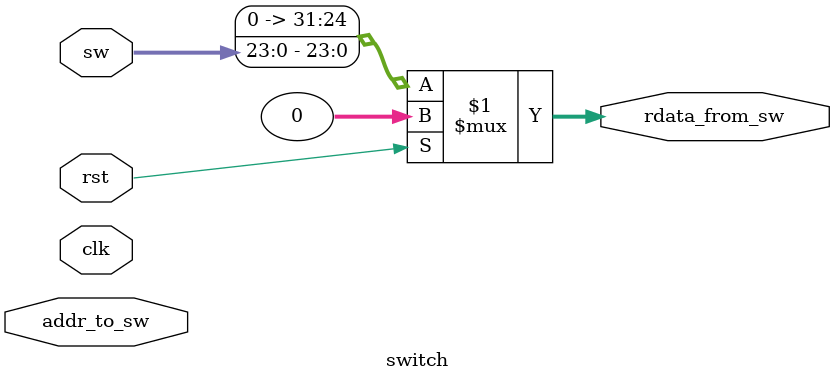
<source format=v>
`timescale 1ns / 1ps


module switch(
    input wire clk,rst,
    input wire [31:0] addr_to_sw,
    input wire [23:0] sw,
    output wire [31:0] rdata_from_sw
    );
    
    assign rdata_from_sw = rst?0:{8'b0,sw};
endmodule

</source>
